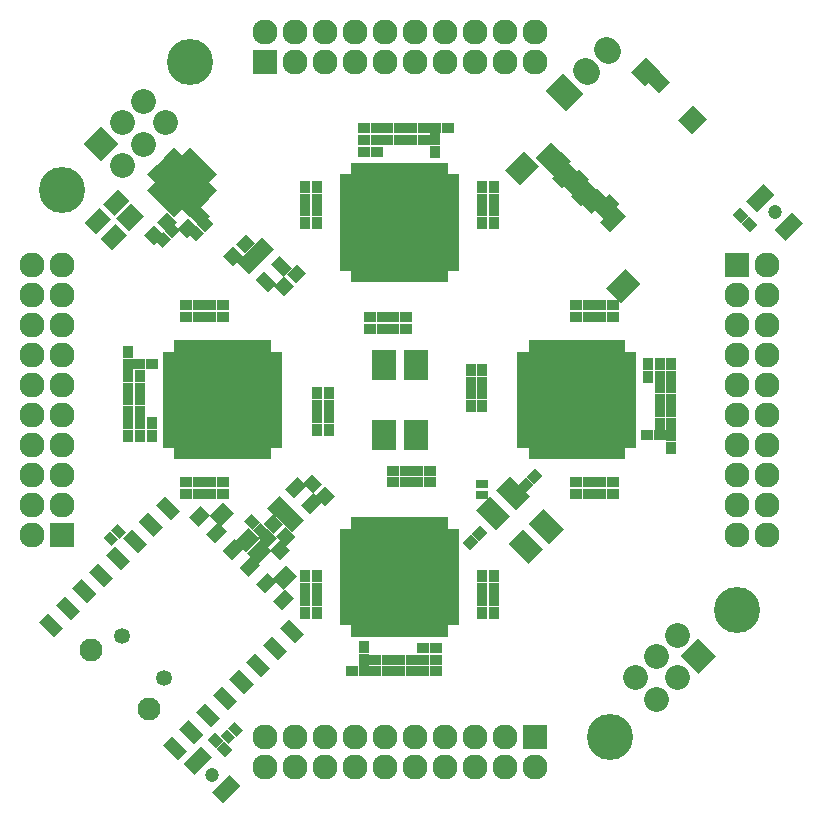
<source format=gts>
G04 #@! TF.FileFunction,Soldermask,Top*
%FSLAX46Y46*%
G04 Gerber Fmt 4.6, Leading zero omitted, Abs format (unit mm)*
G04 Created by KiCad (PCBNEW 4.0.6-e0-6349~53~ubuntu14.04.1) date Tue Apr  4 22:28:19 2017*
%MOMM*%
%LPD*%
G01*
G04 APERTURE LIST*
%ADD10C,0.200000*%
%ADD11R,2.100000X2.500000*%
%ADD12C,3.900000*%
%ADD13C,2.127200*%
%ADD14R,2.127200X2.127200*%
%ADD15O,2.127200X2.127200*%
%ADD16R,1.250000X0.700000*%
%ADD17R,0.700000X1.250000*%
%ADD18R,2.237500X2.237500*%
%ADD19R,0.900000X1.000000*%
%ADD20R,1.000000X0.900000*%
%ADD21C,1.350000*%
%ADD22C,1.950000*%
%ADD23R,1.000000X0.800000*%
%ADD24C,1.200000*%
G04 APERTURE END LIST*
D10*
D11*
X1350000Y-2950000D03*
X1350000Y2950000D03*
X-1350000Y2950000D03*
X-1350000Y-2950000D03*
D12*
X-28575000Y17780000D03*
D10*
G36*
X14077763Y24423079D02*
X12358079Y26142763D01*
X13862237Y27646921D01*
X15581921Y25927237D01*
X14077763Y24423079D01*
X14077763Y24423079D01*
G37*
D13*
X15658288Y27938814D02*
X15873814Y27723288D01*
X17454339Y29734865D02*
X17669865Y29519339D01*
D10*
G36*
X-12423485Y13024526D02*
X-11681023Y13766988D01*
X-10648647Y12734612D01*
X-11391109Y11992150D01*
X-12423485Y13024526D01*
X-12423485Y13024526D01*
G37*
G36*
X-13095236Y12352774D02*
X-12352774Y13095236D01*
X-11320398Y12062860D01*
X-12062860Y11320398D01*
X-13095236Y12352774D01*
X-13095236Y12352774D01*
G37*
G36*
X-13766988Y11681023D02*
X-13024526Y12423485D01*
X-11992150Y11391109D01*
X-12734612Y10648647D01*
X-13766988Y11681023D01*
X-13766988Y11681023D01*
G37*
G36*
X-12211353Y10125388D02*
X-11468891Y10867850D01*
X-10436515Y9835474D01*
X-11178977Y9093012D01*
X-12211353Y10125388D01*
X-12211353Y10125388D01*
G37*
G36*
X-10867850Y11468891D02*
X-10125388Y12211353D01*
X-9093012Y11178977D01*
X-9835474Y10436515D01*
X-10867850Y11468891D01*
X-10867850Y11468891D01*
G37*
G36*
X-10484526Y-9883485D02*
X-11226988Y-9141023D01*
X-10194612Y-8108647D01*
X-9452150Y-8851109D01*
X-10484526Y-9883485D01*
X-10484526Y-9883485D01*
G37*
G36*
X-9812774Y-10555236D02*
X-10555236Y-9812774D01*
X-9522860Y-8780398D01*
X-8780398Y-9522860D01*
X-9812774Y-10555236D01*
X-9812774Y-10555236D01*
G37*
G36*
X-9141023Y-11226988D02*
X-9883485Y-10484526D01*
X-8851109Y-9452150D01*
X-8108647Y-10194612D01*
X-9141023Y-11226988D01*
X-9141023Y-11226988D01*
G37*
G36*
X-7585388Y-9671353D02*
X-8327850Y-8928891D01*
X-7295474Y-7896515D01*
X-6553012Y-8638977D01*
X-7585388Y-9671353D01*
X-7585388Y-9671353D01*
G37*
G36*
X-8928891Y-8327850D02*
X-9671353Y-7585388D01*
X-8638977Y-6553012D01*
X-7896515Y-7295474D01*
X-8928891Y-8327850D01*
X-8928891Y-8327850D01*
G37*
G36*
X17492969Y9431951D02*
X19119315Y11058297D01*
X20392107Y9785505D01*
X18765761Y8159159D01*
X17492969Y9431951D01*
X17492969Y9431951D01*
G37*
G36*
X8901621Y19437512D02*
X10527967Y21063858D01*
X11800759Y19791066D01*
X10174413Y18164720D01*
X8901621Y19437512D01*
X8901621Y19437512D01*
G37*
G36*
X23574087Y23715509D02*
X24846879Y24988301D01*
X26048961Y23786219D01*
X24776169Y22513427D01*
X23574087Y23715509D01*
X23574087Y23715509D01*
G37*
G36*
X19543579Y27746018D02*
X20816371Y29018810D01*
X22018453Y27816728D01*
X20745661Y26543936D01*
X19543579Y27746018D01*
X19543579Y27746018D01*
G37*
G36*
X16948496Y15053451D02*
X18291999Y16396954D01*
X19140528Y15548425D01*
X17797025Y14204922D01*
X16948496Y15053451D01*
X16948496Y15053451D01*
G37*
G36*
X16453522Y16114111D02*
X17797025Y17457614D01*
X18645554Y16609085D01*
X17302051Y15265582D01*
X16453522Y16114111D01*
X16453522Y16114111D01*
G37*
G36*
X15392861Y16609086D02*
X16736364Y17952589D01*
X17584893Y17104060D01*
X16241390Y15760557D01*
X15392861Y16609086D01*
X15392861Y16609086D01*
G37*
G36*
X14473623Y17245482D02*
X15817126Y18588985D01*
X16665655Y17740456D01*
X15322152Y16396953D01*
X14473623Y17245482D01*
X14473623Y17245482D01*
G37*
G36*
X13837226Y18164721D02*
X15180729Y19508224D01*
X16029258Y18659695D01*
X14685755Y17316192D01*
X13837226Y18164721D01*
X13837226Y18164721D01*
G37*
G36*
X12917988Y18801117D02*
X14261491Y20144620D01*
X15110020Y19296091D01*
X13766517Y17952588D01*
X12917988Y18801117D01*
X12917988Y18801117D01*
G37*
G36*
X12281592Y19720356D02*
X13625095Y21063859D01*
X14473624Y20215330D01*
X13130121Y18871827D01*
X12281592Y19720356D01*
X12281592Y19720356D01*
G37*
G36*
X11503774Y20498173D02*
X12847277Y21841676D01*
X13695806Y20993147D01*
X12352303Y19649644D01*
X11503774Y20498173D01*
X11503774Y20498173D01*
G37*
G36*
X20947185Y26971736D02*
X21901779Y27926330D01*
X22891729Y26936380D01*
X21937135Y25981786D01*
X20947185Y26971736D01*
X20947185Y26971736D01*
G37*
D14*
X11430000Y-28575000D03*
D15*
X11430000Y-31115000D03*
X8890000Y-28575000D03*
X8890000Y-31115000D03*
X6350000Y-28575000D03*
X6350000Y-31115000D03*
X3810000Y-28575000D03*
X3810000Y-31115000D03*
X1270000Y-28575000D03*
X1270000Y-31115000D03*
X-1270000Y-28575000D03*
X-1270000Y-31115000D03*
X-3810000Y-28575000D03*
X-3810000Y-31115000D03*
X-6350000Y-28575000D03*
X-6350000Y-31115000D03*
X-8890000Y-28575000D03*
X-8890000Y-31115000D03*
X-11430000Y-28575000D03*
X-11430000Y-31115000D03*
D14*
X-28575000Y-11430000D03*
D15*
X-31115000Y-11430000D03*
X-28575000Y-8890000D03*
X-31115000Y-8890000D03*
X-28575000Y-6350000D03*
X-31115000Y-6350000D03*
X-28575000Y-3810000D03*
X-31115000Y-3810000D03*
X-28575000Y-1270000D03*
X-31115000Y-1270000D03*
X-28575000Y1270000D03*
X-31115000Y1270000D03*
X-28575000Y3810000D03*
X-31115000Y3810000D03*
X-28575000Y6350000D03*
X-31115000Y6350000D03*
X-28575000Y8890000D03*
X-31115000Y8890000D03*
X-28575000Y11430000D03*
X-31115000Y11430000D03*
D14*
X-11430000Y28575000D03*
D15*
X-11430000Y31115000D03*
X-8890000Y28575000D03*
X-8890000Y31115000D03*
X-6350000Y28575000D03*
X-6350000Y31115000D03*
X-3810000Y28575000D03*
X-3810000Y31115000D03*
X-1270000Y28575000D03*
X-1270000Y31115000D03*
X1270000Y28575000D03*
X1270000Y31115000D03*
X3810000Y28575000D03*
X3810000Y31115000D03*
X6350000Y28575000D03*
X6350000Y31115000D03*
X8890000Y28575000D03*
X8890000Y31115000D03*
X11430000Y28575000D03*
X11430000Y31115000D03*
D14*
X28575000Y11430000D03*
D15*
X31115000Y11430000D03*
X28575000Y8890000D03*
X31115000Y8890000D03*
X28575000Y6350000D03*
X31115000Y6350000D03*
X28575000Y3810000D03*
X31115000Y3810000D03*
X28575000Y1270000D03*
X31115000Y1270000D03*
X28575000Y-1270000D03*
X31115000Y-1270000D03*
X28575000Y-3810000D03*
X31115000Y-3810000D03*
X28575000Y-6350000D03*
X31115000Y-6350000D03*
X28575000Y-8890000D03*
X31115000Y-8890000D03*
X28575000Y-11430000D03*
X31115000Y-11430000D03*
D16*
X4450000Y-18750000D03*
X4450000Y-18250000D03*
X4450000Y-17750000D03*
X4450000Y-17250000D03*
X4450000Y-16750000D03*
X4450000Y-16250000D03*
X4450000Y-15750000D03*
X4450000Y-15250000D03*
X4450000Y-14750000D03*
X4450000Y-14250000D03*
X4450000Y-13750000D03*
X4450000Y-13250000D03*
X4450000Y-12750000D03*
X4450000Y-12250000D03*
X4450000Y-11750000D03*
X4450000Y-11250000D03*
D17*
X3750000Y-10550000D03*
X3250000Y-10550000D03*
X2750000Y-10550000D03*
X2250000Y-10550000D03*
X1750000Y-10550000D03*
X1250000Y-10550000D03*
X750000Y-10550000D03*
X250000Y-10550000D03*
X-250000Y-10550000D03*
X-750000Y-10550000D03*
X-1250000Y-10550000D03*
X-1750000Y-10550000D03*
X-2250000Y-10550000D03*
X-2750000Y-10550000D03*
X-3250000Y-10550000D03*
X-3750000Y-10550000D03*
D16*
X-4450000Y-11250000D03*
X-4450000Y-11750000D03*
X-4450000Y-12250000D03*
X-4450000Y-12750000D03*
X-4450000Y-13250000D03*
X-4450000Y-13750000D03*
X-4450000Y-14250000D03*
X-4450000Y-14750000D03*
X-4450000Y-15250000D03*
X-4450000Y-15750000D03*
X-4450000Y-16250000D03*
X-4450000Y-16750000D03*
X-4450000Y-17250000D03*
X-4450000Y-17750000D03*
X-4450000Y-18250000D03*
X-4450000Y-18750000D03*
D17*
X-3750000Y-19450000D03*
X-3250000Y-19450000D03*
X-2750000Y-19450000D03*
X-2250000Y-19450000D03*
X-1750000Y-19450000D03*
X-1250000Y-19450000D03*
X-750000Y-19450000D03*
X-250000Y-19450000D03*
X250000Y-19450000D03*
X750000Y-19450000D03*
X1250000Y-19450000D03*
X1750000Y-19450000D03*
X2250000Y-19450000D03*
X2750000Y-19450000D03*
X3250000Y-19450000D03*
X3750000Y-19450000D03*
D18*
X-2756250Y-12243750D03*
X-2756250Y-14081250D03*
X-2756250Y-15918750D03*
X-2756250Y-17756250D03*
X-918750Y-12243750D03*
X-918750Y-14081250D03*
X-918750Y-15918750D03*
X-918750Y-17756250D03*
X918750Y-12243750D03*
X918750Y-14081250D03*
X918750Y-15918750D03*
X918750Y-17756250D03*
X2756250Y-12243750D03*
X2756250Y-14081250D03*
X2756250Y-15918750D03*
X2756250Y-17756250D03*
D17*
X-18750000Y-4450000D03*
X-18250000Y-4450000D03*
X-17750000Y-4450000D03*
X-17250000Y-4450000D03*
X-16750000Y-4450000D03*
X-16250000Y-4450000D03*
X-15750000Y-4450000D03*
X-15250000Y-4450000D03*
X-14750000Y-4450000D03*
X-14250000Y-4450000D03*
X-13750000Y-4450000D03*
X-13250000Y-4450000D03*
X-12750000Y-4450000D03*
X-12250000Y-4450000D03*
X-11750000Y-4450000D03*
X-11250000Y-4450000D03*
D16*
X-10550000Y-3750000D03*
X-10550000Y-3250000D03*
X-10550000Y-2750000D03*
X-10550000Y-2250000D03*
X-10550000Y-1750000D03*
X-10550000Y-1250000D03*
X-10550000Y-750000D03*
X-10550000Y-250000D03*
X-10550000Y250000D03*
X-10550000Y750000D03*
X-10550000Y1250000D03*
X-10550000Y1750000D03*
X-10550000Y2250000D03*
X-10550000Y2750000D03*
X-10550000Y3250000D03*
X-10550000Y3750000D03*
D17*
X-11250000Y4450000D03*
X-11750000Y4450000D03*
X-12250000Y4450000D03*
X-12750000Y4450000D03*
X-13250000Y4450000D03*
X-13750000Y4450000D03*
X-14250000Y4450000D03*
X-14750000Y4450000D03*
X-15250000Y4450000D03*
X-15750000Y4450000D03*
X-16250000Y4450000D03*
X-16750000Y4450000D03*
X-17250000Y4450000D03*
X-17750000Y4450000D03*
X-18250000Y4450000D03*
X-18750000Y4450000D03*
D16*
X-19450000Y3750000D03*
X-19450000Y3250000D03*
X-19450000Y2750000D03*
X-19450000Y2250000D03*
X-19450000Y1750000D03*
X-19450000Y1250000D03*
X-19450000Y750000D03*
X-19450000Y250000D03*
X-19450000Y-250000D03*
X-19450000Y-750000D03*
X-19450000Y-1250000D03*
X-19450000Y-1750000D03*
X-19450000Y-2250000D03*
X-19450000Y-2750000D03*
X-19450000Y-3250000D03*
X-19450000Y-3750000D03*
D18*
X-12243750Y2756250D03*
X-14081250Y2756250D03*
X-15918750Y2756250D03*
X-17756250Y2756250D03*
X-12243750Y918750D03*
X-14081250Y918750D03*
X-15918750Y918750D03*
X-17756250Y918750D03*
X-12243750Y-918750D03*
X-14081250Y-918750D03*
X-15918750Y-918750D03*
X-17756250Y-918750D03*
X-12243750Y-2756250D03*
X-14081250Y-2756250D03*
X-15918750Y-2756250D03*
X-17756250Y-2756250D03*
D16*
X-4450000Y18750000D03*
X-4450000Y18250000D03*
X-4450000Y17750000D03*
X-4450000Y17250000D03*
X-4450000Y16750000D03*
X-4450000Y16250000D03*
X-4450000Y15750000D03*
X-4450000Y15250000D03*
X-4450000Y14750000D03*
X-4450000Y14250000D03*
X-4450000Y13750000D03*
X-4450000Y13250000D03*
X-4450000Y12750000D03*
X-4450000Y12250000D03*
X-4450000Y11750000D03*
X-4450000Y11250000D03*
D17*
X-3750000Y10550000D03*
X-3250000Y10550000D03*
X-2750000Y10550000D03*
X-2250000Y10550000D03*
X-1750000Y10550000D03*
X-1250000Y10550000D03*
X-750000Y10550000D03*
X-250000Y10550000D03*
X250000Y10550000D03*
X750000Y10550000D03*
X1250000Y10550000D03*
X1750000Y10550000D03*
X2250000Y10550000D03*
X2750000Y10550000D03*
X3250000Y10550000D03*
X3750000Y10550000D03*
D16*
X4450000Y11250000D03*
X4450000Y11750000D03*
X4450000Y12250000D03*
X4450000Y12750000D03*
X4450000Y13250000D03*
X4450000Y13750000D03*
X4450000Y14250000D03*
X4450000Y14750000D03*
X4450000Y15250000D03*
X4450000Y15750000D03*
X4450000Y16250000D03*
X4450000Y16750000D03*
X4450000Y17250000D03*
X4450000Y17750000D03*
X4450000Y18250000D03*
X4450000Y18750000D03*
D17*
X3750000Y19450000D03*
X3250000Y19450000D03*
X2750000Y19450000D03*
X2250000Y19450000D03*
X1750000Y19450000D03*
X1250000Y19450000D03*
X750000Y19450000D03*
X250000Y19450000D03*
X-250000Y19450000D03*
X-750000Y19450000D03*
X-1250000Y19450000D03*
X-1750000Y19450000D03*
X-2250000Y19450000D03*
X-2750000Y19450000D03*
X-3250000Y19450000D03*
X-3750000Y19450000D03*
D18*
X2756250Y12243750D03*
X2756250Y14081250D03*
X2756250Y15918750D03*
X2756250Y17756250D03*
X918750Y12243750D03*
X918750Y14081250D03*
X918750Y15918750D03*
X918750Y17756250D03*
X-918750Y12243750D03*
X-918750Y14081250D03*
X-918750Y15918750D03*
X-918750Y17756250D03*
X-2756250Y12243750D03*
X-2756250Y14081250D03*
X-2756250Y15918750D03*
X-2756250Y17756250D03*
D17*
X18750000Y4450000D03*
X18250000Y4450000D03*
X17750000Y4450000D03*
X17250000Y4450000D03*
X16750000Y4450000D03*
X16250000Y4450000D03*
X15750000Y4450000D03*
X15250000Y4450000D03*
X14750000Y4450000D03*
X14250000Y4450000D03*
X13750000Y4450000D03*
X13250000Y4450000D03*
X12750000Y4450000D03*
X12250000Y4450000D03*
X11750000Y4450000D03*
X11250000Y4450000D03*
D16*
X10550000Y3750000D03*
X10550000Y3250000D03*
X10550000Y2750000D03*
X10550000Y2250000D03*
X10550000Y1750000D03*
X10550000Y1250000D03*
X10550000Y750000D03*
X10550000Y250000D03*
X10550000Y-250000D03*
X10550000Y-750000D03*
X10550000Y-1250000D03*
X10550000Y-1750000D03*
X10550000Y-2250000D03*
X10550000Y-2750000D03*
X10550000Y-3250000D03*
X10550000Y-3750000D03*
D17*
X11250000Y-4450000D03*
X11750000Y-4450000D03*
X12250000Y-4450000D03*
X12750000Y-4450000D03*
X13250000Y-4450000D03*
X13750000Y-4450000D03*
X14250000Y-4450000D03*
X14750000Y-4450000D03*
X15250000Y-4450000D03*
X15750000Y-4450000D03*
X16250000Y-4450000D03*
X16750000Y-4450000D03*
X17250000Y-4450000D03*
X17750000Y-4450000D03*
X18250000Y-4450000D03*
X18750000Y-4450000D03*
D16*
X19450000Y-3750000D03*
X19450000Y-3250000D03*
X19450000Y-2750000D03*
X19450000Y-2250000D03*
X19450000Y-1750000D03*
X19450000Y-1250000D03*
X19450000Y-750000D03*
X19450000Y-250000D03*
X19450000Y250000D03*
X19450000Y750000D03*
X19450000Y1250000D03*
X19450000Y1750000D03*
X19450000Y2250000D03*
X19450000Y2750000D03*
X19450000Y3250000D03*
X19450000Y3750000D03*
D18*
X12243750Y-2756250D03*
X14081250Y-2756250D03*
X15918750Y-2756250D03*
X17756250Y-2756250D03*
X12243750Y-918750D03*
X14081250Y-918750D03*
X15918750Y-918750D03*
X17756250Y-918750D03*
X12243750Y918750D03*
X14081250Y918750D03*
X15918750Y918750D03*
X17756250Y918750D03*
X12243750Y2756250D03*
X14081250Y2756250D03*
X15918750Y2756250D03*
X17756250Y2756250D03*
D19*
X8000000Y-16950000D03*
X8000000Y-18050000D03*
X8000000Y-14950000D03*
X8000000Y-16050000D03*
D20*
X1450000Y-6000000D03*
X2550000Y-6000000D03*
X-550000Y-6000000D03*
X550000Y-6000000D03*
D19*
X7000000Y-16950000D03*
X7000000Y-18050000D03*
X7000000Y-14950000D03*
X7000000Y-16050000D03*
D20*
X1450000Y-7000000D03*
X2550000Y-7000000D03*
X-550000Y-7000000D03*
X550000Y-7000000D03*
D19*
X-7000000Y-18050000D03*
X-7000000Y-16950000D03*
X-7000000Y-16050000D03*
X-7000000Y-14950000D03*
X-3000000Y-20950000D03*
X-3000000Y-22050000D03*
D20*
X3050000Y-22000000D03*
X1950000Y-22000000D03*
X1050000Y-22000000D03*
X-50000Y-22000000D03*
X-950000Y-22000000D03*
X-2050000Y-22000000D03*
X3050000Y-21000000D03*
X1950000Y-21000000D03*
D19*
X-8000000Y-18050000D03*
X-8000000Y-16950000D03*
X-8000000Y-16050000D03*
X-8000000Y-14950000D03*
D20*
X3050000Y-23000000D03*
X1950000Y-23000000D03*
X1050000Y-23000000D03*
X-50000Y-23000000D03*
X-950000Y-23000000D03*
X-2050000Y-23000000D03*
X-2950000Y-23000000D03*
X-4050000Y-23000000D03*
X-16950000Y-8000000D03*
X-18050000Y-8000000D03*
X-14950000Y-8000000D03*
X-16050000Y-8000000D03*
D19*
X-6000000Y-1450000D03*
X-6000000Y-2550000D03*
X-6000000Y550000D03*
X-6000000Y-550000D03*
D20*
X-16950000Y-7000000D03*
X-18050000Y-7000000D03*
X-14950000Y-7000000D03*
X-16050000Y-7000000D03*
D19*
X-7000000Y-1450000D03*
X-7000000Y-2550000D03*
X-7000000Y550000D03*
X-7000000Y-550000D03*
D20*
X-18050000Y7000000D03*
X-16950000Y7000000D03*
X-16050000Y7000000D03*
X-14950000Y7000000D03*
X-20950000Y3000000D03*
X-22050000Y3000000D03*
D19*
X-22000000Y-3050000D03*
X-22000000Y-1950000D03*
X-22000000Y-1050000D03*
X-22000000Y50000D03*
X-22000000Y950000D03*
X-22000000Y2050000D03*
X-21000000Y-3050000D03*
X-21000000Y-1950000D03*
D20*
X-18050000Y8000000D03*
X-16950000Y8000000D03*
X-16050000Y8000000D03*
X-14950000Y8000000D03*
D19*
X-23000000Y-3050000D03*
X-23000000Y-1950000D03*
X-23000000Y-1050000D03*
X-23000000Y50000D03*
X-23000000Y950000D03*
X-23000000Y2050000D03*
X-23000000Y2950000D03*
X-23000000Y4050000D03*
X-8000000Y16950000D03*
X-8000000Y18050000D03*
X-8000000Y14950000D03*
X-8000000Y16050000D03*
D20*
X-1450000Y6000000D03*
X-2550000Y6000000D03*
X550000Y6000000D03*
X-550000Y6000000D03*
D19*
X-7000000Y16950000D03*
X-7000000Y18050000D03*
X-7000000Y14950000D03*
X-7000000Y16050000D03*
D20*
X-1450000Y7000000D03*
X-2550000Y7000000D03*
X550000Y7000000D03*
X-550000Y7000000D03*
D19*
X7000000Y18050000D03*
X7000000Y16950000D03*
X7000000Y16050000D03*
X7000000Y14950000D03*
X3000000Y20950000D03*
X3000000Y22050000D03*
D20*
X-3050000Y22000000D03*
X-1950000Y22000000D03*
X-1050000Y22000000D03*
X50000Y22000000D03*
X950000Y22000000D03*
X2050000Y22000000D03*
X-3050000Y21000000D03*
X-1950000Y21000000D03*
D19*
X8000000Y18050000D03*
X8000000Y16950000D03*
X8000000Y16050000D03*
X8000000Y14950000D03*
D20*
X-3050000Y23000000D03*
X-1950000Y23000000D03*
X-1050000Y23000000D03*
X50000Y23000000D03*
X950000Y23000000D03*
X2050000Y23000000D03*
X2950000Y23000000D03*
X4050000Y23000000D03*
X16950000Y8000000D03*
X18050000Y8000000D03*
X14950000Y8000000D03*
X16050000Y8000000D03*
D19*
X6000000Y1450000D03*
X6000000Y2550000D03*
X6000000Y-550000D03*
X6000000Y550000D03*
D20*
X16950000Y7000000D03*
X18050000Y7000000D03*
X14950000Y7000000D03*
X16050000Y7000000D03*
D19*
X7000000Y1450000D03*
X7000000Y2550000D03*
X7000000Y-550000D03*
X7000000Y550000D03*
D20*
X18050000Y-7000000D03*
X16950000Y-7000000D03*
X16050000Y-7000000D03*
X14950000Y-7000000D03*
X20950000Y-3000000D03*
X22050000Y-3000000D03*
D19*
X22000000Y3050000D03*
X22000000Y1950000D03*
X22000000Y1050000D03*
X22000000Y-50000D03*
X22000000Y-950000D03*
X22000000Y-2050000D03*
X21000000Y3050000D03*
X21000000Y1950000D03*
D20*
X18050000Y-8000000D03*
X16950000Y-8000000D03*
X16050000Y-8000000D03*
X14950000Y-8000000D03*
D19*
X23000000Y3050000D03*
X23000000Y1950000D03*
X23000000Y1050000D03*
X23000000Y-50000D03*
X23000000Y-950000D03*
X23000000Y-2050000D03*
X23000000Y-2950000D03*
X23000000Y-4050000D03*
D10*
G36*
X10624736Y-7918660D02*
X9988340Y-7282264D01*
X10695446Y-6575158D01*
X11331842Y-7211554D01*
X10624736Y-7918660D01*
X10624736Y-7918660D01*
G37*
G36*
X11402554Y-7140842D02*
X10766158Y-6504446D01*
X11473264Y-5797340D01*
X12109660Y-6433736D01*
X11402554Y-7140842D01*
X11402554Y-7140842D01*
G37*
G36*
X6774264Y-10623340D02*
X7410660Y-11259736D01*
X6703554Y-11966842D01*
X6067158Y-11330446D01*
X6774264Y-10623340D01*
X6774264Y-10623340D01*
G37*
G36*
X5996446Y-11401158D02*
X6632842Y-12037554D01*
X5925736Y-12744660D01*
X5289340Y-12108264D01*
X5996446Y-11401158D01*
X5996446Y-11401158D01*
G37*
G36*
X-10745502Y-15165011D02*
X-9599989Y-14019498D01*
X-8673680Y-14945807D01*
X-9819193Y-16091320D01*
X-10745502Y-15165011D01*
X-10745502Y-15165011D01*
G37*
G36*
X-12916320Y-12994193D02*
X-11770807Y-11848680D01*
X-10844498Y-12774989D01*
X-11990011Y-13920502D01*
X-12916320Y-12994193D01*
X-12916320Y-12994193D01*
G37*
G36*
X-14019498Y-9599989D02*
X-15165011Y-10745502D01*
X-16091320Y-9819193D01*
X-14945807Y-8673680D01*
X-14019498Y-9599989D01*
X-14019498Y-9599989D01*
G37*
G36*
X-11848680Y-11770807D02*
X-12994193Y-12916320D01*
X-13920502Y-11990011D01*
X-12774989Y-10844498D01*
X-11848680Y-11770807D01*
X-11848680Y-11770807D01*
G37*
G36*
X-20872196Y17230596D02*
X-21367171Y17725571D01*
X-20483288Y18609454D01*
X-19988313Y18114479D01*
X-20872196Y17230596D01*
X-20872196Y17230596D01*
G37*
G36*
X-20518642Y16877043D02*
X-21013617Y17372018D01*
X-20129734Y18255901D01*
X-19634759Y17760926D01*
X-20518642Y16877043D01*
X-20518642Y16877043D01*
G37*
G36*
X-20165089Y16523489D02*
X-20660064Y17018464D01*
X-19776181Y17902347D01*
X-19281206Y17407372D01*
X-20165089Y16523489D01*
X-20165089Y16523489D01*
G37*
G36*
X-19811536Y16169936D02*
X-20306511Y16664911D01*
X-19422628Y17548794D01*
X-18927653Y17053819D01*
X-19811536Y16169936D01*
X-19811536Y16169936D01*
G37*
G36*
X-19457982Y15816383D02*
X-19952957Y16311358D01*
X-19069074Y17195241D01*
X-18574099Y16700266D01*
X-19457982Y15816383D01*
X-19457982Y15816383D01*
G37*
G36*
X-19104429Y15462829D02*
X-19599404Y15957804D01*
X-18715521Y16841687D01*
X-18220546Y16346712D01*
X-19104429Y15462829D01*
X-19104429Y15462829D01*
G37*
G36*
X-17230596Y15957804D02*
X-17725571Y15462829D01*
X-18609454Y16346712D01*
X-18114479Y16841687D01*
X-17230596Y15957804D01*
X-17230596Y15957804D01*
G37*
G36*
X-16877043Y16311358D02*
X-17372018Y15816383D01*
X-18255901Y16700266D01*
X-17760926Y17195241D01*
X-16877043Y16311358D01*
X-16877043Y16311358D01*
G37*
G36*
X-16523489Y16664911D02*
X-17018464Y16169936D01*
X-17902347Y17053819D01*
X-17407372Y17548794D01*
X-16523489Y16664911D01*
X-16523489Y16664911D01*
G37*
G36*
X-16169936Y17018464D02*
X-16664911Y16523489D01*
X-17548794Y17407372D01*
X-17053819Y17902347D01*
X-16169936Y17018464D01*
X-16169936Y17018464D01*
G37*
G36*
X-15816383Y17372018D02*
X-16311358Y16877043D01*
X-17195241Y17760926D01*
X-16700266Y18255901D01*
X-15816383Y17372018D01*
X-15816383Y17372018D01*
G37*
G36*
X-15462829Y17725571D02*
X-15957804Y17230596D01*
X-16841687Y18114479D01*
X-16346712Y18609454D01*
X-15462829Y17725571D01*
X-15462829Y17725571D01*
G37*
G36*
X-16346712Y18220546D02*
X-16841687Y18715521D01*
X-15957804Y19599404D01*
X-15462829Y19104429D01*
X-16346712Y18220546D01*
X-16346712Y18220546D01*
G37*
G36*
X-16700266Y18574099D02*
X-17195241Y19069074D01*
X-16311358Y19952957D01*
X-15816383Y19457982D01*
X-16700266Y18574099D01*
X-16700266Y18574099D01*
G37*
G36*
X-17053819Y18927653D02*
X-17548794Y19422628D01*
X-16664911Y20306511D01*
X-16169936Y19811536D01*
X-17053819Y18927653D01*
X-17053819Y18927653D01*
G37*
G36*
X-17407372Y19281206D02*
X-17902347Y19776181D01*
X-17018464Y20660064D01*
X-16523489Y20165089D01*
X-17407372Y19281206D01*
X-17407372Y19281206D01*
G37*
G36*
X-17760926Y19634759D02*
X-18255901Y20129734D01*
X-17372018Y21013617D01*
X-16877043Y20518642D01*
X-17760926Y19634759D01*
X-17760926Y19634759D01*
G37*
G36*
X-18114479Y19988313D02*
X-18609454Y20483288D01*
X-17725571Y21367171D01*
X-17230596Y20872196D01*
X-18114479Y19988313D01*
X-18114479Y19988313D01*
G37*
G36*
X-18220546Y20483288D02*
X-18715521Y19988313D01*
X-19599404Y20872196D01*
X-19104429Y21367171D01*
X-18220546Y20483288D01*
X-18220546Y20483288D01*
G37*
G36*
X-18574099Y20129734D02*
X-19069074Y19634759D01*
X-19952957Y20518642D01*
X-19457982Y21013617D01*
X-18574099Y20129734D01*
X-18574099Y20129734D01*
G37*
G36*
X-18927653Y19776181D02*
X-19422628Y19281206D01*
X-20306511Y20165089D01*
X-19811536Y20660064D01*
X-18927653Y19776181D01*
X-18927653Y19776181D01*
G37*
G36*
X-19281206Y19422628D02*
X-19776181Y18927653D01*
X-20660064Y19811536D01*
X-20165089Y20306511D01*
X-19281206Y19422628D01*
X-19281206Y19422628D01*
G37*
G36*
X-19634759Y19069074D02*
X-20129734Y18574099D01*
X-21013617Y19457982D01*
X-20518642Y19952957D01*
X-19634759Y19069074D01*
X-19634759Y19069074D01*
G37*
G36*
X-19988313Y18715521D02*
X-20483288Y18220546D01*
X-21367171Y19104429D01*
X-20872196Y19599404D01*
X-19988313Y18715521D01*
X-19988313Y18715521D01*
G37*
G36*
X-17495761Y17212918D02*
X-18697843Y18415000D01*
X-17495761Y19617082D01*
X-16293679Y18415000D01*
X-17495761Y17212918D01*
X-17495761Y17212918D01*
G37*
G36*
X-18415000Y18132157D02*
X-19617082Y19334239D01*
X-18415000Y20536321D01*
X-17212918Y19334239D01*
X-18415000Y18132157D01*
X-18415000Y18132157D01*
G37*
G36*
X-18415000Y16293679D02*
X-19617082Y17495761D01*
X-18415000Y18697843D01*
X-17212918Y17495761D01*
X-18415000Y16293679D01*
X-18415000Y16293679D01*
G37*
G36*
X-19334239Y17212918D02*
X-20536321Y18415000D01*
X-19334239Y19617082D01*
X-18132157Y18415000D01*
X-19334239Y17212918D01*
X-19334239Y17212918D01*
G37*
G36*
X-21606583Y15544431D02*
X-22879050Y14271964D01*
X-24009629Y15402543D01*
X-22737162Y16675010D01*
X-21606583Y15544431D01*
X-21606583Y15544431D01*
G37*
G36*
X-22892556Y16830403D02*
X-24165023Y15557936D01*
X-25155510Y16548423D01*
X-23883043Y17820890D01*
X-22892556Y16830403D01*
X-22892556Y16830403D01*
G37*
G36*
X-24447936Y15275023D02*
X-25720403Y14002556D01*
X-26710890Y14993043D01*
X-25438423Y16265510D01*
X-24447936Y15275023D01*
X-24447936Y15275023D01*
G37*
G36*
X-23104490Y13931577D02*
X-24376957Y12659110D01*
X-25367444Y13649597D01*
X-24094977Y14922064D01*
X-23104490Y13931577D01*
X-23104490Y13931577D01*
G37*
G36*
X-11089340Y-11124264D02*
X-11725736Y-11760660D01*
X-12432842Y-11053554D01*
X-11796446Y-10417158D01*
X-11089340Y-11124264D01*
X-11089340Y-11124264D01*
G37*
G36*
X-11867158Y-10346446D02*
X-12503554Y-10982842D01*
X-13210660Y-10275736D01*
X-12574264Y-9639340D01*
X-11867158Y-10346446D01*
X-11867158Y-10346446D01*
G37*
D21*
X-19986714Y-23523521D03*
X-23522248Y-19987987D03*
D22*
X-21188796Y-26139816D03*
X-26138543Y-21190068D03*
D10*
G36*
X6447689Y-9346828D02*
X7649771Y-8144746D01*
X9346827Y-9841802D01*
X8144745Y-11043884D01*
X6447689Y-9346828D01*
X6447689Y-9346828D01*
G37*
G36*
X9276116Y-12175255D02*
X10478198Y-10973173D01*
X12175254Y-12670229D01*
X10973172Y-13872311D01*
X9276116Y-12175255D01*
X9276116Y-12175255D01*
G37*
G36*
X10973173Y-10478198D02*
X12175255Y-9276116D01*
X13872311Y-10973172D01*
X12670229Y-12175254D01*
X10973173Y-10478198D01*
X10973173Y-10478198D01*
G37*
G36*
X8144746Y-7649771D02*
X9346828Y-6447689D01*
X11043884Y-8144745D01*
X9841802Y-9346827D01*
X8144746Y-7649771D01*
X8144746Y-7649771D01*
G37*
G36*
X-19701992Y15861180D02*
X-18888820Y15048008D01*
X-19737348Y14199480D01*
X-20550520Y15012652D01*
X-19701992Y15861180D01*
X-19701992Y15861180D01*
G37*
G36*
X-20762652Y14800520D02*
X-19949480Y13987348D01*
X-20798008Y13138820D01*
X-21611180Y13951992D01*
X-20762652Y14800520D01*
X-20762652Y14800520D01*
G37*
G36*
X-17998008Y13688820D02*
X-18811180Y14501992D01*
X-17962652Y15350520D01*
X-17149480Y14537348D01*
X-17998008Y13688820D01*
X-17998008Y13688820D01*
G37*
G36*
X-16937348Y14749480D02*
X-17750520Y15562652D01*
X-16901992Y16411180D01*
X-16088820Y15598008D01*
X-16937348Y14749480D01*
X-16937348Y14749480D01*
G37*
G36*
X-14137008Y11338820D02*
X-14950180Y12151992D01*
X-14101652Y13000520D01*
X-13288480Y12187348D01*
X-14137008Y11338820D01*
X-14137008Y11338820D01*
G37*
G36*
X-13076348Y12399480D02*
X-13889520Y13212652D01*
X-13040992Y14061180D01*
X-12227820Y13248008D01*
X-13076348Y12399480D01*
X-13076348Y12399480D01*
G37*
G36*
X-8722992Y11521180D02*
X-7909820Y10708008D01*
X-8758348Y9859480D01*
X-9571520Y10672652D01*
X-8722992Y11521180D01*
X-8722992Y11521180D01*
G37*
G36*
X-9783652Y10460520D02*
X-8970480Y9647348D01*
X-9819008Y8798820D01*
X-10632180Y9611992D01*
X-9783652Y10460520D01*
X-9783652Y10460520D01*
G37*
G36*
X-8798820Y-11597008D02*
X-9611992Y-12410180D01*
X-10460520Y-11561652D01*
X-9647348Y-10748480D01*
X-8798820Y-11597008D01*
X-8798820Y-11597008D01*
G37*
G36*
X-9859480Y-10536348D02*
X-10672652Y-11349520D01*
X-11521180Y-10500992D01*
X-10708008Y-9687820D01*
X-9859480Y-10536348D01*
X-9859480Y-10536348D01*
G37*
G36*
X-8219180Y-7071992D02*
X-7406008Y-6258820D01*
X-6557480Y-7107348D01*
X-7370652Y-7920520D01*
X-8219180Y-7071992D01*
X-8219180Y-7071992D01*
G37*
G36*
X-7158520Y-8132652D02*
X-6345348Y-7319480D01*
X-5496820Y-8168008D01*
X-6309992Y-8981180D01*
X-7158520Y-8132652D01*
X-7158520Y-8132652D01*
G37*
G36*
X-19225736Y15010660D02*
X-18589340Y14374264D01*
X-19296446Y13667158D01*
X-19932842Y14303554D01*
X-19225736Y15010660D01*
X-19225736Y15010660D01*
G37*
G36*
X-20003554Y14232842D02*
X-19367158Y13596446D01*
X-20074264Y12889340D01*
X-20710660Y13525736D01*
X-20003554Y14232842D01*
X-20003554Y14232842D01*
G37*
G36*
X-17274264Y13439340D02*
X-17910660Y14075736D01*
X-17203554Y14782842D01*
X-16567158Y14146446D01*
X-17274264Y13439340D01*
X-17274264Y13439340D01*
G37*
G36*
X-16496446Y14217158D02*
X-17132842Y14853554D01*
X-16425736Y15560660D01*
X-15789340Y14924264D01*
X-16496446Y14217158D01*
X-16496446Y14217158D01*
G37*
G36*
X-12029180Y-11643992D02*
X-11216008Y-10830820D01*
X-10367480Y-11679348D01*
X-11180652Y-12492520D01*
X-12029180Y-11643992D01*
X-12029180Y-11643992D01*
G37*
G36*
X-10968520Y-12704652D02*
X-10155348Y-11891480D01*
X-9306820Y-12740008D01*
X-10119992Y-13553180D01*
X-10968520Y-12704652D01*
X-10968520Y-12704652D01*
G37*
G36*
X-25290000Y20195842D02*
X-26794158Y21700000D01*
X-25290000Y23204158D01*
X-23785842Y21700000D01*
X-25290000Y20195842D01*
X-25290000Y20195842D01*
G37*
D13*
X-23493949Y19903949D02*
X-23493949Y19903949D01*
X-23493949Y23496051D02*
X-23493949Y23496051D01*
X-21697898Y21700000D02*
X-21697898Y21700000D01*
X-21697898Y25292102D02*
X-21697898Y25292102D01*
X-19901846Y23496051D02*
X-19901846Y23496051D01*
D10*
G36*
X25290000Y-20195842D02*
X26794158Y-21700000D01*
X25290000Y-23204158D01*
X23785842Y-21700000D01*
X25290000Y-20195842D01*
X25290000Y-20195842D01*
G37*
D13*
X23493949Y-19903949D02*
X23493949Y-19903949D01*
X23493949Y-23496051D02*
X23493949Y-23496051D01*
X21697898Y-21700000D02*
X21697898Y-21700000D01*
X21697898Y-25292102D02*
X21697898Y-25292102D01*
X19901846Y-23496051D02*
X19901846Y-23496051D01*
D12*
X-17780000Y28575000D03*
X28575000Y-17780000D03*
X17780000Y-28575000D03*
D10*
G36*
X-8968144Y-16817029D02*
X-9958093Y-17806978D01*
X-10735910Y-17029161D01*
X-9745961Y-16039212D01*
X-8968144Y-16817029D01*
X-8968144Y-16817029D01*
G37*
G36*
X-10382358Y-15402816D02*
X-11372307Y-16392765D01*
X-12150124Y-15614948D01*
X-11160175Y-14624999D01*
X-10382358Y-15402816D01*
X-10382358Y-15402816D01*
G37*
G36*
X-11796572Y-13988602D02*
X-12786521Y-14978551D01*
X-13564338Y-14200734D01*
X-12574389Y-13210785D01*
X-11796572Y-13988602D01*
X-11796572Y-13988602D01*
G37*
G36*
X-13210785Y-12574389D02*
X-14200734Y-13564338D01*
X-14978551Y-12786521D01*
X-13988602Y-11796572D01*
X-13210785Y-12574389D01*
X-13210785Y-12574389D01*
G37*
G36*
X-14624999Y-11160175D02*
X-15614948Y-12150124D01*
X-16392765Y-11372307D01*
X-15402816Y-10382358D01*
X-14624999Y-11160175D01*
X-14624999Y-11160175D01*
G37*
G36*
X-16039212Y-9745961D02*
X-17029161Y-10735910D01*
X-17806978Y-9958093D01*
X-16817029Y-8968144D01*
X-16039212Y-9745961D01*
X-16039212Y-9745961D01*
G37*
G36*
X-18584796Y-9392408D02*
X-19362614Y-10170226D01*
X-20635406Y-8897434D01*
X-19857588Y-8119616D01*
X-18584796Y-9392408D01*
X-18584796Y-9392408D01*
G37*
G36*
X-19999010Y-10806621D02*
X-20776828Y-11584439D01*
X-22049620Y-10311647D01*
X-21271802Y-9533829D01*
X-19999010Y-10806621D01*
X-19999010Y-10806621D01*
G37*
G36*
X-21413223Y-12220835D02*
X-22191041Y-12998653D01*
X-23463833Y-11725861D01*
X-22686015Y-10948043D01*
X-21413223Y-12220835D01*
X-21413223Y-12220835D01*
G37*
G36*
X-22827437Y-13635048D02*
X-23605255Y-14412866D01*
X-24878047Y-13140074D01*
X-24100229Y-12362256D01*
X-22827437Y-13635048D01*
X-22827437Y-13635048D01*
G37*
G36*
X-24241650Y-15049262D02*
X-25019468Y-15827080D01*
X-26292260Y-14554288D01*
X-25514442Y-13776470D01*
X-24241650Y-15049262D01*
X-24241650Y-15049262D01*
G37*
G36*
X-25655864Y-16463475D02*
X-26433682Y-17241293D01*
X-27706474Y-15968501D01*
X-26928656Y-15190683D01*
X-25655864Y-16463475D01*
X-25655864Y-16463475D01*
G37*
G36*
X-27070077Y-17877689D02*
X-27847895Y-18655507D01*
X-29120687Y-17382715D01*
X-28342869Y-16604897D01*
X-27070077Y-17877689D01*
X-27070077Y-17877689D01*
G37*
G36*
X-28484291Y-19291903D02*
X-29262109Y-20069721D01*
X-30534901Y-18796929D01*
X-29757083Y-18019111D01*
X-28484291Y-19291903D01*
X-28484291Y-19291903D01*
G37*
G36*
X-8119616Y-19857588D02*
X-8897434Y-20635406D01*
X-10170226Y-19362614D01*
X-9392408Y-18584796D01*
X-8119616Y-19857588D01*
X-8119616Y-19857588D01*
G37*
G36*
X-9533829Y-21271802D02*
X-10311647Y-22049620D01*
X-11584439Y-20776828D01*
X-10806621Y-19999010D01*
X-9533829Y-21271802D01*
X-9533829Y-21271802D01*
G37*
G36*
X-10948043Y-22686015D02*
X-11725861Y-23463833D01*
X-12998653Y-22191041D01*
X-12220835Y-21413223D01*
X-10948043Y-22686015D01*
X-10948043Y-22686015D01*
G37*
G36*
X-12362256Y-24100229D02*
X-13140074Y-24878047D01*
X-14412866Y-23605255D01*
X-13635048Y-22827437D01*
X-12362256Y-24100229D01*
X-12362256Y-24100229D01*
G37*
G36*
X-13776470Y-25514442D02*
X-14554288Y-26292260D01*
X-15827080Y-25019468D01*
X-15049262Y-24241650D01*
X-13776470Y-25514442D01*
X-13776470Y-25514442D01*
G37*
G36*
X-15190683Y-26928656D02*
X-15968501Y-27706474D01*
X-17241293Y-26433682D01*
X-16463475Y-25655864D01*
X-15190683Y-26928656D01*
X-15190683Y-26928656D01*
G37*
G36*
X-16604897Y-28342869D02*
X-17382715Y-29120687D01*
X-18655507Y-27847895D01*
X-17877689Y-27070077D01*
X-16604897Y-28342869D01*
X-16604897Y-28342869D01*
G37*
G36*
X-18019111Y-29757083D02*
X-18796929Y-30534901D01*
X-20069721Y-29262109D01*
X-19291903Y-28484291D01*
X-18019111Y-29757083D01*
X-18019111Y-29757083D01*
G37*
G36*
X30270660Y14815736D02*
X29634264Y14179340D01*
X28927158Y14886446D01*
X29563554Y15522842D01*
X30270660Y14815736D01*
X30270660Y14815736D01*
G37*
G36*
X29492842Y15593554D02*
X28856446Y14957158D01*
X28149340Y15664264D01*
X28785736Y16300660D01*
X29492842Y15593554D01*
X29492842Y15593554D01*
G37*
G36*
X-14179340Y-29634264D02*
X-14815736Y-30270660D01*
X-15522842Y-29563554D01*
X-14886446Y-28927158D01*
X-14179340Y-29634264D01*
X-14179340Y-29634264D01*
G37*
G36*
X-14957158Y-28856446D02*
X-15593554Y-29492842D01*
X-16300660Y-28785736D01*
X-15664264Y-28149340D01*
X-14957158Y-28856446D01*
X-14957158Y-28856446D01*
G37*
D23*
X6985000Y-8070000D03*
X6985000Y-7170000D03*
D10*
G36*
X-13976513Y-27239406D02*
X-13269406Y-27946513D01*
X-13835091Y-28512198D01*
X-14542198Y-27805091D01*
X-13976513Y-27239406D01*
X-13976513Y-27239406D01*
G37*
G36*
X-14612909Y-27875802D02*
X-13905802Y-28582909D01*
X-14471487Y-29148594D01*
X-15178594Y-28441487D01*
X-14612909Y-27875802D01*
X-14612909Y-27875802D01*
G37*
G36*
X-24377487Y-12384594D02*
X-25084594Y-11677487D01*
X-24518909Y-11111802D01*
X-23811802Y-11818909D01*
X-24377487Y-12384594D01*
X-24377487Y-12384594D01*
G37*
G36*
X-23741091Y-11748198D02*
X-24448198Y-11041091D01*
X-23882513Y-10475406D01*
X-23175406Y-11182513D01*
X-23741091Y-11748198D01*
X-23741091Y-11748198D01*
G37*
G36*
X29345836Y16794239D02*
X30830761Y18279164D01*
X31750000Y17359925D01*
X30265075Y15875000D01*
X29345836Y16794239D01*
X29345836Y16794239D01*
G37*
G36*
X31750000Y14390075D02*
X33234925Y15875000D01*
X34154164Y14955761D01*
X32669239Y13470836D01*
X31750000Y14390075D01*
X31750000Y14390075D01*
G37*
D24*
X31750000Y15875000D03*
D10*
G36*
X-13470836Y-32669239D02*
X-14955761Y-34154164D01*
X-15875000Y-33234925D01*
X-14390075Y-31750000D01*
X-13470836Y-32669239D01*
X-13470836Y-32669239D01*
G37*
G36*
X-15875000Y-30265075D02*
X-17359925Y-31750000D01*
X-18279164Y-30830761D01*
X-16794239Y-29345836D01*
X-15875000Y-30265075D01*
X-15875000Y-30265075D01*
G37*
D24*
X-15875000Y-31750000D03*
M02*

</source>
